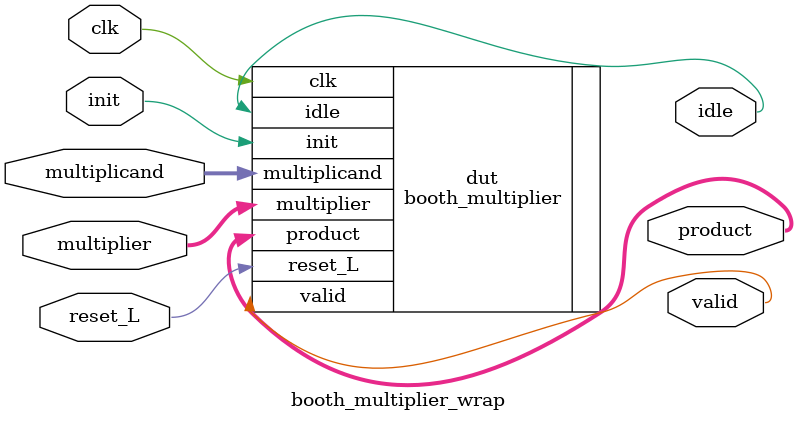
<source format=v>
module booth_multiplier_wrap (
    // global signals
    input wire clk,                             // input CLK at 300 MHz
    input wire reset_L,                         // input reset on LOW

    // control signals
    input wire init,                            // strobe to start the computation
    output wire idle,                           // indicates the module idle state
    output wire valid,                          // asserts a valid product after computation is complete

    // operand signals
    input wire [63:0] multiplicand,             // the multiplicand
    input wire [63:0] multiplier,               // the multiplier
    output wire [127:0] product                 // the product
);

booth_multiplier #(.N(64)) dut (
    .clk(clk),
    .reset_L(reset_L),
    .init(init),
    .multiplicand(multiplicand),
    .multiplier(multiplier),
    .idle(idle),
    .valid(valid),
    .product(product)
);

endmodule



</source>
